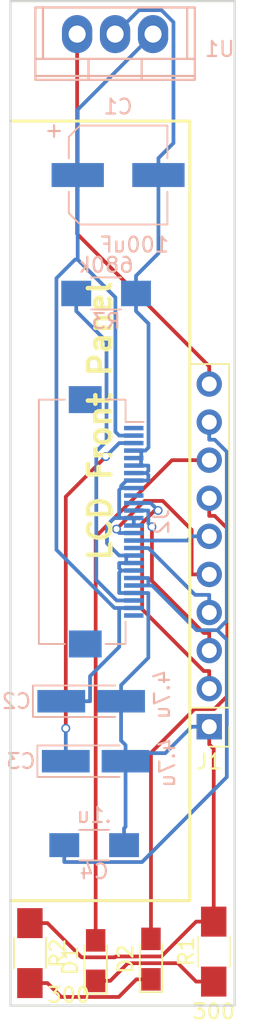
<source format=kicad_pcb>
(kicad_pcb (version 4) (host pcbnew 4.0.7-e2-6376~58~ubuntu16.04.1)

  (general
    (links 39)
    (no_connects 0)
    (area 164.62381 39.325 182.74762 107.125)
    (thickness 1.6)
    (drawings 8)
    (tracks 190)
    (zones 0)
    (modules 12)
    (nets 19)
  )

  (page A4)
  (layers
    (0 F.Cu signal)
    (31 B.Cu signal)
    (32 B.Adhes user)
    (33 F.Adhes user)
    (34 B.Paste user)
    (35 F.Paste user)
    (36 B.SilkS user)
    (37 F.SilkS user)
    (38 B.Mask user)
    (39 F.Mask user)
    (40 Dwgs.User user)
    (41 Cmts.User user)
    (42 Eco1.User user)
    (43 Eco2.User user)
    (44 Edge.Cuts user)
    (45 Margin user)
    (46 B.CrtYd user)
    (47 F.CrtYd user)
    (48 B.Fab user)
    (49 F.Fab user)
  )

  (setup
    (last_trace_width 0.25)
    (trace_clearance 0.2)
    (zone_clearance 0.508)
    (zone_45_only no)
    (trace_min 0.2)
    (segment_width 0.2)
    (edge_width 0.15)
    (via_size 0.6)
    (via_drill 0.4)
    (via_min_size 0.4)
    (via_min_drill 0.3)
    (uvia_size 0.3)
    (uvia_drill 0.1)
    (uvias_allowed no)
    (uvia_min_size 0.2)
    (uvia_min_drill 0.1)
    (pcb_text_width 0.3)
    (pcb_text_size 1.5 1.5)
    (mod_edge_width 0.15)
    (mod_text_size 1 1)
    (mod_text_width 0.15)
    (pad_size 3.2 1.5)
    (pad_drill 0)
    (pad_to_mask_clearance 0.2)
    (aux_axis_origin 0 0)
    (visible_elements FFFFFF7F)
    (pcbplotparams
      (layerselection 0x010f0_80000001)
      (usegerberextensions false)
      (excludeedgelayer true)
      (linewidth 0.100000)
      (plotframeref false)
      (viasonmask false)
      (mode 1)
      (useauxorigin false)
      (hpglpennumber 1)
      (hpglpenspeed 20)
      (hpglpendiameter 15)
      (hpglpenoverlay 2)
      (psnegative false)
      (psa4output false)
      (plotreference true)
      (plotvalue true)
      (plotinvisibletext false)
      (padsonsilk false)
      (subtractmaskfromsilk false)
      (outputformat 1)
      (mirror false)
      (drillshape 0)
      (scaleselection 1)
      (outputdirectory Gerber/))
  )

  (net 0 "")
  (net 1 +12V)
  (net 2 GND)
  (net 3 "Net-(C3-Pad1)")
  (net 4 +3V3)
  (net 5 "Net-(D1-Pad1)")
  (net 6 "Net-(D1-Pad2)")
  (net 7 "Net-(D2-Pad1)")
  (net 8 "Net-(D2-Pad2)")
  (net 9 /MOSI)
  (net 10 /SCK)
  (net 11 /~CS)
  (net 12 /D/~C)
  (net 13 /~RST)
  (net 14 +24V)
  (net 15 "Net-(J2-Pad24)")
  (net 16 "Net-(J2-Pad1)")
  (net 17 "Net-(J2-Pad10)")
  (net 18 "Net-(J2-Pad26)")

  (net_class Default "This is the default net class."
    (clearance 0.2)
    (trace_width 0.25)
    (via_dia 0.6)
    (via_drill 0.4)
    (uvia_dia 0.3)
    (uvia_drill 0.1)
    (add_net +12V)
    (add_net +24V)
    (add_net +3V3)
    (add_net /D/~C)
    (add_net /MOSI)
    (add_net /SCK)
    (add_net /~CS)
    (add_net /~RST)
    (add_net GND)
    (add_net "Net-(C3-Pad1)")
    (add_net "Net-(D1-Pad1)")
    (add_net "Net-(D1-Pad2)")
    (add_net "Net-(D2-Pad1)")
    (add_net "Net-(D2-Pad2)")
    (add_net "Net-(J2-Pad1)")
    (add_net "Net-(J2-Pad10)")
    (add_net "Net-(J2-Pad24)")
    (add_net "Net-(J2-Pad26)")
  )

  (module Capacitors_SMD:CP_Elec_6.3x5.3 (layer B.Cu) (tedit 5B2B07E2) (tstamp 5B281A10)
    (at 172.2 51.6)
    (descr "SMT capacitor, aluminium electrolytic, 6.3x5.3")
    (path /5B281BD6)
    (attr smd)
    (fp_text reference C1 (at 0 -4.56) (layer B.SilkS)
      (effects (font (size 1 1) (thickness 0.15)) (justify mirror))
    )
    (fp_text value 100uF (at 1.1 4.65) (layer B.SilkS)
      (effects (font (size 1 1) (thickness 0.15)) (justify mirror))
    )
    (fp_circle (center 0 0) (end 0.6 -3) (layer B.Fab) (width 0.1))
    (fp_text user + (at -1.75 0.08) (layer B.Fab)
      (effects (font (size 1 1) (thickness 0.15)) (justify mirror))
    )
    (fp_text user + (at -4.28 -3.01) (layer B.SilkS)
      (effects (font (size 1 1) (thickness 0.15)) (justify mirror))
    )
    (fp_text user %R (at 0 -4.56) (layer B.Fab)
      (effects (font (size 1 1) (thickness 0.15)) (justify mirror))
    )
    (fp_line (start 3.15 -3.15) (end 3.15 3.15) (layer B.Fab) (width 0.1))
    (fp_line (start -2.48 -3.15) (end 3.15 -3.15) (layer B.Fab) (width 0.1))
    (fp_line (start -3.15 -2.48) (end -2.48 -3.15) (layer B.Fab) (width 0.1))
    (fp_line (start -3.15 2.48) (end -3.15 -2.48) (layer B.Fab) (width 0.1))
    (fp_line (start -2.48 3.15) (end -3.15 2.48) (layer B.Fab) (width 0.1))
    (fp_line (start 3.15 3.15) (end -2.48 3.15) (layer B.Fab) (width 0.1))
    (fp_line (start 3.3 -3.3) (end 3.3 -1.12) (layer B.SilkS) (width 0.12))
    (fp_line (start 3.3 3.3) (end 3.3 1.12) (layer B.SilkS) (width 0.12))
    (fp_line (start -3.3 -2.54) (end -3.3 -1.12) (layer B.SilkS) (width 0.12))
    (fp_line (start -3.3 2.54) (end -3.3 1.12) (layer B.SilkS) (width 0.12))
    (fp_line (start 3.3 -3.3) (end -2.54 -3.3) (layer B.SilkS) (width 0.12))
    (fp_line (start -2.54 -3.3) (end -3.3 -2.54) (layer B.SilkS) (width 0.12))
    (fp_line (start -3.3 2.54) (end -2.54 3.3) (layer B.SilkS) (width 0.12))
    (fp_line (start -2.54 3.3) (end 3.3 3.3) (layer B.SilkS) (width 0.12))
    (fp_line (start -4.7 3.4) (end 4.7 3.4) (layer B.CrtYd) (width 0.05))
    (fp_line (start -4.7 3.4) (end -4.7 -3.4) (layer B.CrtYd) (width 0.05))
    (fp_line (start 4.7 -3.4) (end 4.7 3.4) (layer B.CrtYd) (width 0.05))
    (fp_line (start 4.7 -3.4) (end -4.7 -3.4) (layer B.CrtYd) (width 0.05))
    (pad 1 smd rect (at -2.7 0 180) (size 3.5 1.6) (layers B.Cu B.Paste B.Mask)
      (net 1 +12V))
    (pad 2 smd rect (at 2.7 0 180) (size 3.5 1.6) (layers B.Cu B.Paste B.Mask)
      (net 2 GND))
    (model Capacitors_SMD.3dshapes/CP_Elec_6.3x5.3.wrl
      (at (xyz 0 0 0))
      (scale (xyz 1 1 1))
      (rotate (xyz 0 0 180))
    )
  )

  (module Capacitors_Tantalum_SMD:CP_Tantalum_Case-A_EIA-3216-18_Hand (layer B.Cu) (tedit 5B2B0709) (tstamp 5B281A16)
    (at 170.4 86.7)
    (descr "Tantalum capacitor, Case A, EIA 3216-18, 3.2x1.6x1.6mm, Hand soldering footprint")
    (tags "capacitor tantalum smd")
    (path /5B27DADD)
    (attr smd)
    (fp_text reference C2 (at -5 0) (layer B.SilkS)
      (effects (font (size 1 1) (thickness 0.15)) (justify mirror))
    )
    (fp_text value 4.7u (at 4.75 -0.45 90) (layer B.SilkS)
      (effects (font (size 1 1) (thickness 0.15)) (justify mirror))
    )
    (fp_text user %R (at 0 0) (layer B.Fab)
      (effects (font (size 0.7 0.7) (thickness 0.105)) (justify mirror))
    )
    (fp_line (start -4 1.2) (end -4 -1.2) (layer B.CrtYd) (width 0.05))
    (fp_line (start -4 -1.2) (end 4 -1.2) (layer B.CrtYd) (width 0.05))
    (fp_line (start 4 -1.2) (end 4 1.2) (layer B.CrtYd) (width 0.05))
    (fp_line (start 4 1.2) (end -4 1.2) (layer B.CrtYd) (width 0.05))
    (fp_line (start -1.6 0.8) (end -1.6 -0.8) (layer B.Fab) (width 0.1))
    (fp_line (start -1.6 -0.8) (end 1.6 -0.8) (layer B.Fab) (width 0.1))
    (fp_line (start 1.6 -0.8) (end 1.6 0.8) (layer B.Fab) (width 0.1))
    (fp_line (start 1.6 0.8) (end -1.6 0.8) (layer B.Fab) (width 0.1))
    (fp_line (start -1.28 0.8) (end -1.28 -0.8) (layer B.Fab) (width 0.1))
    (fp_line (start -1.12 0.8) (end -1.12 -0.8) (layer B.Fab) (width 0.1))
    (fp_line (start -3.9 1.05) (end 1.6 1.05) (layer B.SilkS) (width 0.12))
    (fp_line (start -3.9 -1.05) (end 1.6 -1.05) (layer B.SilkS) (width 0.12))
    (fp_line (start -3.9 1.05) (end -3.9 -1.05) (layer B.SilkS) (width 0.12))
    (pad 1 smd rect (at -2 0) (size 3.2 1.5) (layers B.Cu B.Paste B.Mask)
      (net 1 +12V))
    (pad 2 smd rect (at 2 0) (size 3.2 1.5) (layers B.Cu B.Paste B.Mask)
      (net 2 GND))
    (model Capacitors_Tantalum_SMD.3dshapes/CP_Tantalum_Case-A_EIA-3216-18.wrl
      (at (xyz 0 0 0))
      (scale (xyz 1 1 1))
      (rotate (xyz 0 0 0))
    )
  )

  (module Capacitors_Tantalum_SMD:CP_Tantalum_Case-A_EIA-3216-18_Hand (layer B.Cu) (tedit 5B2B0702) (tstamp 5B281A1C)
    (at 170.7 90.7)
    (descr "Tantalum capacitor, Case A, EIA 3216-18, 3.2x1.6x1.6mm, Hand soldering footprint")
    (tags "capacitor tantalum smd")
    (path /5B27DADC)
    (attr smd)
    (fp_text reference C3 (at -5 0) (layer B.SilkS)
      (effects (font (size 1 1) (thickness 0.15)) (justify mirror))
    )
    (fp_text value 4.7u (at 4.8 0.1 90) (layer B.SilkS)
      (effects (font (size 1 1) (thickness 0.15)) (justify mirror))
    )
    (fp_text user %R (at 0 0) (layer B.Fab)
      (effects (font (size 0.7 0.7) (thickness 0.105)) (justify mirror))
    )
    (fp_line (start -4 1.2) (end -4 -1.2) (layer B.CrtYd) (width 0.05))
    (fp_line (start -4 -1.2) (end 4 -1.2) (layer B.CrtYd) (width 0.05))
    (fp_line (start 4 -1.2) (end 4 1.2) (layer B.CrtYd) (width 0.05))
    (fp_line (start 4 1.2) (end -4 1.2) (layer B.CrtYd) (width 0.05))
    (fp_line (start -1.6 0.8) (end -1.6 -0.8) (layer B.Fab) (width 0.1))
    (fp_line (start -1.6 -0.8) (end 1.6 -0.8) (layer B.Fab) (width 0.1))
    (fp_line (start 1.6 -0.8) (end 1.6 0.8) (layer B.Fab) (width 0.1))
    (fp_line (start 1.6 0.8) (end -1.6 0.8) (layer B.Fab) (width 0.1))
    (fp_line (start -1.28 0.8) (end -1.28 -0.8) (layer B.Fab) (width 0.1))
    (fp_line (start -1.12 0.8) (end -1.12 -0.8) (layer B.Fab) (width 0.1))
    (fp_line (start -3.9 1.05) (end 1.6 1.05) (layer B.SilkS) (width 0.12))
    (fp_line (start -3.9 -1.05) (end 1.6 -1.05) (layer B.SilkS) (width 0.12))
    (fp_line (start -3.9 1.05) (end -3.9 -1.05) (layer B.SilkS) (width 0.12))
    (pad 1 smd rect (at -2 0) (size 3.2 1.5) (layers B.Cu B.Paste B.Mask)
      (net 3 "Net-(C3-Pad1)"))
    (pad 2 smd rect (at 2 0) (size 3.2 1.5) (layers B.Cu B.Paste B.Mask)
      (net 2 GND))
    (model Capacitors_Tantalum_SMD.3dshapes/CP_Tantalum_Case-A_EIA-3216-18.wrl
      (at (xyz 0 0 0))
      (scale (xyz 1 1 1))
      (rotate (xyz 0 0 0))
    )
  )

  (module Capacitors_SMD:C_1206_HandSoldering (layer B.Cu) (tedit 5B2B06F8) (tstamp 5B281A22)
    (at 170.6 96.3)
    (descr "Capacitor SMD 1206, hand soldering")
    (tags "capacitor 1206")
    (path /5B27DADF)
    (attr smd)
    (fp_text reference C4 (at 0 1.75) (layer B.SilkS)
      (effects (font (size 1 1) (thickness 0.15)) (justify mirror))
    )
    (fp_text value .1u (at 0 -2) (layer B.SilkS)
      (effects (font (size 1 1) (thickness 0.15)) (justify mirror))
    )
    (fp_text user %R (at 0 1.75) (layer B.Fab)
      (effects (font (size 1 1) (thickness 0.15)) (justify mirror))
    )
    (fp_line (start -1.6 -0.8) (end -1.6 0.8) (layer B.Fab) (width 0.1))
    (fp_line (start 1.6 -0.8) (end -1.6 -0.8) (layer B.Fab) (width 0.1))
    (fp_line (start 1.6 0.8) (end 1.6 -0.8) (layer B.Fab) (width 0.1))
    (fp_line (start -1.6 0.8) (end 1.6 0.8) (layer B.Fab) (width 0.1))
    (fp_line (start 1 1.02) (end -1 1.02) (layer B.SilkS) (width 0.12))
    (fp_line (start -1 -1.02) (end 1 -1.02) (layer B.SilkS) (width 0.12))
    (fp_line (start -3.25 1.05) (end 3.25 1.05) (layer B.CrtYd) (width 0.05))
    (fp_line (start -3.25 1.05) (end -3.25 -1.05) (layer B.CrtYd) (width 0.05))
    (fp_line (start 3.25 -1.05) (end 3.25 1.05) (layer B.CrtYd) (width 0.05))
    (fp_line (start 3.25 -1.05) (end -3.25 -1.05) (layer B.CrtYd) (width 0.05))
    (pad 1 smd rect (at -2 0) (size 2 1.6) (layers B.Cu B.Paste B.Mask)
      (net 4 +3V3))
    (pad 2 smd rect (at 2 0) (size 2 1.6) (layers B.Cu B.Paste B.Mask)
      (net 2 GND))
    (model Capacitors_SMD.3dshapes/C_1206.wrl
      (at (xyz 0 0 0))
      (scale (xyz 1 1 1))
      (rotate (xyz 0 0 0))
    )
  )

  (module LEDs:LED_0805_HandSoldering (layer F.Cu) (tedit 5B28216A) (tstamp 5B281A28)
    (at 170.7 104 90)
    (descr "Resistor SMD 0805, hand soldering")
    (tags "resistor 0805")
    (path /5B27DAE0)
    (attr smd)
    (fp_text reference D1 (at 0 -1.7 90) (layer F.SilkS)
      (effects (font (size 1 1) (thickness 0.15)))
    )
    (fp_text value LED (at 0 1.75 180) (layer F.Fab)
      (effects (font (size 1 1) (thickness 0.15)))
    )
    (fp_line (start -0.4 -0.4) (end -0.4 0.4) (layer F.Fab) (width 0.1))
    (fp_line (start -0.4 0) (end 0.2 -0.4) (layer F.Fab) (width 0.1))
    (fp_line (start 0.2 0.4) (end -0.4 0) (layer F.Fab) (width 0.1))
    (fp_line (start 0.2 -0.4) (end 0.2 0.4) (layer F.Fab) (width 0.1))
    (fp_line (start -1 0.62) (end -1 -0.62) (layer F.Fab) (width 0.1))
    (fp_line (start 1 0.62) (end -1 0.62) (layer F.Fab) (width 0.1))
    (fp_line (start 1 -0.62) (end 1 0.62) (layer F.Fab) (width 0.1))
    (fp_line (start -1 -0.62) (end 1 -0.62) (layer F.Fab) (width 0.1))
    (fp_line (start 1 0.75) (end -2.2 0.75) (layer F.SilkS) (width 0.12))
    (fp_line (start -2.2 -0.75) (end 1 -0.75) (layer F.SilkS) (width 0.12))
    (fp_line (start -2.35 -0.9) (end 2.35 -0.9) (layer F.CrtYd) (width 0.05))
    (fp_line (start -2.35 -0.9) (end -2.35 0.9) (layer F.CrtYd) (width 0.05))
    (fp_line (start 2.35 0.9) (end 2.35 -0.9) (layer F.CrtYd) (width 0.05))
    (fp_line (start 2.35 0.9) (end -2.35 0.9) (layer F.CrtYd) (width 0.05))
    (fp_line (start -2.2 -0.75) (end -2.2 0.75) (layer F.SilkS) (width 0.12))
    (pad 1 smd rect (at -1.35 0 90) (size 1.5 1.3) (layers F.Cu F.Paste F.Mask)
      (net 5 "Net-(D1-Pad1)"))
    (pad 2 smd rect (at 1.35 0 90) (size 1.5 1.3) (layers F.Cu F.Paste F.Mask)
      (net 6 "Net-(D1-Pad2)"))
    (model ${KISYS3DMOD}/LEDs.3dshapes/LED_0805.wrl
      (at (xyz 0 0 0))
      (scale (xyz 1 1 1))
      (rotate (xyz 0 0 0))
    )
  )

  (module LEDs:LED_0805_HandSoldering (layer F.Cu) (tedit 595FCA25) (tstamp 5B281A2E)
    (at 174.4 103.9 90)
    (descr "Resistor SMD 0805, hand soldering")
    (tags "resistor 0805")
    (path /5B27DAE1)
    (attr smd)
    (fp_text reference D2 (at 0 -1.7 90) (layer F.SilkS)
      (effects (font (size 1 1) (thickness 0.15)))
    )
    (fp_text value LED (at 0 1.75 90) (layer F.Fab)
      (effects (font (size 1 1) (thickness 0.15)))
    )
    (fp_line (start -0.4 -0.4) (end -0.4 0.4) (layer F.Fab) (width 0.1))
    (fp_line (start -0.4 0) (end 0.2 -0.4) (layer F.Fab) (width 0.1))
    (fp_line (start 0.2 0.4) (end -0.4 0) (layer F.Fab) (width 0.1))
    (fp_line (start 0.2 -0.4) (end 0.2 0.4) (layer F.Fab) (width 0.1))
    (fp_line (start -1 0.62) (end -1 -0.62) (layer F.Fab) (width 0.1))
    (fp_line (start 1 0.62) (end -1 0.62) (layer F.Fab) (width 0.1))
    (fp_line (start 1 -0.62) (end 1 0.62) (layer F.Fab) (width 0.1))
    (fp_line (start -1 -0.62) (end 1 -0.62) (layer F.Fab) (width 0.1))
    (fp_line (start 1 0.75) (end -2.2 0.75) (layer F.SilkS) (width 0.12))
    (fp_line (start -2.2 -0.75) (end 1 -0.75) (layer F.SilkS) (width 0.12))
    (fp_line (start -2.35 -0.9) (end 2.35 -0.9) (layer F.CrtYd) (width 0.05))
    (fp_line (start -2.35 -0.9) (end -2.35 0.9) (layer F.CrtYd) (width 0.05))
    (fp_line (start 2.35 0.9) (end 2.35 -0.9) (layer F.CrtYd) (width 0.05))
    (fp_line (start 2.35 0.9) (end -2.35 0.9) (layer F.CrtYd) (width 0.05))
    (fp_line (start -2.2 -0.75) (end -2.2 0.75) (layer F.SilkS) (width 0.12))
    (pad 1 smd rect (at -1.35 0 90) (size 1.5 1.3) (layers F.Cu F.Paste F.Mask)
      (net 7 "Net-(D2-Pad1)"))
    (pad 2 smd rect (at 1.35 0 90) (size 1.5 1.3) (layers F.Cu F.Paste F.Mask)
      (net 8 "Net-(D2-Pad2)"))
    (model ${KISYS3DMOD}/LEDs.3dshapes/LED_0805.wrl
      (at (xyz 0 0 0))
      (scale (xyz 1 1 1))
      (rotate (xyz 0 0 0))
    )
  )

  (module Resistors_SMD:R_1206_HandSoldering (layer F.Cu) (tedit 5B2B0746) (tstamp 5B281A62)
    (at 178.6 103.4 90)
    (descr "Resistor SMD 1206, hand soldering")
    (tags "resistor 1206")
    (path /5B27DAE2)
    (attr smd)
    (fp_text reference R1 (at 0 -1.85 90) (layer F.SilkS)
      (effects (font (size 1 1) (thickness 0.15)))
    )
    (fp_text value 300 (at -4 0 180) (layer F.SilkS)
      (effects (font (size 1 1) (thickness 0.15)))
    )
    (fp_text user %R (at 0 0 90) (layer F.Fab)
      (effects (font (size 0.7 0.7) (thickness 0.105)))
    )
    (fp_line (start -1.6 0.8) (end -1.6 -0.8) (layer F.Fab) (width 0.1))
    (fp_line (start 1.6 0.8) (end -1.6 0.8) (layer F.Fab) (width 0.1))
    (fp_line (start 1.6 -0.8) (end 1.6 0.8) (layer F.Fab) (width 0.1))
    (fp_line (start -1.6 -0.8) (end 1.6 -0.8) (layer F.Fab) (width 0.1))
    (fp_line (start 1 1.07) (end -1 1.07) (layer F.SilkS) (width 0.12))
    (fp_line (start -1 -1.07) (end 1 -1.07) (layer F.SilkS) (width 0.12))
    (fp_line (start -3.25 -1.11) (end 3.25 -1.11) (layer F.CrtYd) (width 0.05))
    (fp_line (start -3.25 -1.11) (end -3.25 1.1) (layer F.CrtYd) (width 0.05))
    (fp_line (start 3.25 1.1) (end 3.25 -1.11) (layer F.CrtYd) (width 0.05))
    (fp_line (start 3.25 1.1) (end -3.25 1.1) (layer F.CrtYd) (width 0.05))
    (pad 1 smd rect (at -2 0 90) (size 2 1.7) (layers F.Cu F.Paste F.Mask)
      (net 5 "Net-(D1-Pad1)"))
    (pad 2 smd rect (at 2 0 90) (size 2 1.7) (layers F.Cu F.Paste F.Mask)
      (net 2 GND))
    (model ${KISYS3DMOD}/Resistors_SMD.3dshapes/R_1206.wrl
      (at (xyz 0 0 0))
      (scale (xyz 1 1 1))
      (rotate (xyz 0 0 0))
    )
  )

  (module Resistors_SMD:R_1206_HandSoldering (layer F.Cu) (tedit 5B314034) (tstamp 5B281A68)
    (at 166.3 103.5 270)
    (descr "Resistor SMD 1206, hand soldering")
    (tags "resistor 1206")
    (path /5B27DAE3)
    (attr smd)
    (fp_text reference R2 (at 0 -1.85 270) (layer F.SilkS)
      (effects (font (size 1 1) (thickness 0.15)))
    )
    (fp_text value 300 (at 2.8 -2.6 360) (layer F.SilkS)
      (effects (font (size 1 1) (thickness 0.15)))
    )
    (fp_text user %R (at 0 0 270) (layer F.Fab)
      (effects (font (size 0.7 0.7) (thickness 0.105)))
    )
    (fp_line (start -1.6 0.8) (end -1.6 -0.8) (layer F.Fab) (width 0.1))
    (fp_line (start 1.6 0.8) (end -1.6 0.8) (layer F.Fab) (width 0.1))
    (fp_line (start 1.6 -0.8) (end 1.6 0.8) (layer F.Fab) (width 0.1))
    (fp_line (start -1.6 -0.8) (end 1.6 -0.8) (layer F.Fab) (width 0.1))
    (fp_line (start 1 1.07) (end -1 1.07) (layer F.SilkS) (width 0.12))
    (fp_line (start -1 -1.07) (end 1 -1.07) (layer F.SilkS) (width 0.12))
    (fp_line (start -3.25 -1.11) (end 3.25 -1.11) (layer F.CrtYd) (width 0.05))
    (fp_line (start -3.25 -1.11) (end -3.25 1.1) (layer F.CrtYd) (width 0.05))
    (fp_line (start 3.25 1.1) (end 3.25 -1.11) (layer F.CrtYd) (width 0.05))
    (fp_line (start 3.25 1.1) (end -3.25 1.1) (layer F.CrtYd) (width 0.05))
    (pad 1 smd rect (at -2 0 270) (size 2 1.7) (layers F.Cu F.Paste F.Mask)
      (net 2 GND))
    (pad 2 smd rect (at 2 0 270) (size 2 1.7) (layers F.Cu F.Paste F.Mask)
      (net 7 "Net-(D2-Pad1)"))
    (model ${KISYS3DMOD}/Resistors_SMD.3dshapes/R_1206.wrl
      (at (xyz 0 0 0))
      (scale (xyz 1 1 1))
      (rotate (xyz 0 0 0))
    )
  )

  (module Resistors_SMD:R_1206_HandSoldering (layer B.Cu) (tedit 5B2B07D0) (tstamp 5B281A6E)
    (at 171.4 59.5)
    (descr "Resistor SMD 1206, hand soldering")
    (tags "resistor 1206")
    (path /5B27DADB)
    (attr smd)
    (fp_text reference R3 (at 0 1.85) (layer B.SilkS)
      (effects (font (size 1 1) (thickness 0.15)) (justify mirror))
    )
    (fp_text value 680k (at 0 -1.9) (layer B.SilkS)
      (effects (font (size 1 1) (thickness 0.15)) (justify mirror))
    )
    (fp_text user %R (at 0 0) (layer B.Fab)
      (effects (font (size 0.7 0.7) (thickness 0.105)) (justify mirror))
    )
    (fp_line (start -1.6 -0.8) (end -1.6 0.8) (layer B.Fab) (width 0.1))
    (fp_line (start 1.6 -0.8) (end -1.6 -0.8) (layer B.Fab) (width 0.1))
    (fp_line (start 1.6 0.8) (end 1.6 -0.8) (layer B.Fab) (width 0.1))
    (fp_line (start -1.6 0.8) (end 1.6 0.8) (layer B.Fab) (width 0.1))
    (fp_line (start 1 -1.07) (end -1 -1.07) (layer B.SilkS) (width 0.12))
    (fp_line (start -1 1.07) (end 1 1.07) (layer B.SilkS) (width 0.12))
    (fp_line (start -3.25 1.11) (end 3.25 1.11) (layer B.CrtYd) (width 0.05))
    (fp_line (start -3.25 1.11) (end -3.25 -1.1) (layer B.CrtYd) (width 0.05))
    (fp_line (start 3.25 -1.1) (end 3.25 1.11) (layer B.CrtYd) (width 0.05))
    (fp_line (start 3.25 -1.1) (end -3.25 -1.1) (layer B.CrtYd) (width 0.05))
    (pad 1 smd rect (at -2 0) (size 2 1.7) (layers B.Cu B.Paste B.Mask)
      (net 15 "Net-(J2-Pad24)"))
    (pad 2 smd rect (at 2 0) (size 2 1.7) (layers B.Cu B.Paste B.Mask)
      (net 2 GND))
    (model ${KISYS3DMOD}/Resistors_SMD.3dshapes/R_1206.wrl
      (at (xyz 0 0 0))
      (scale (xyz 1 1 1))
      (rotate (xyz 0 0 0))
    )
  )

  (module Power_Integrations:TO-220 (layer B.Cu) (tedit 5B2B00EF) (tstamp 5B281A75)
    (at 172 42.2)
    (descr "Non Isolated JEDEC TO-220 Package")
    (tags "Power Integration YN Package")
    (path /5B28195A)
    (fp_text reference U1 (at 7 1) (layer B.SilkS)
      (effects (font (size 1 1) (thickness 0.15)) (justify mirror))
    )
    (fp_text value L7812 (at 0.7 4.05) (layer B.Fab)
      (effects (font (size 1 1) (thickness 0.15)) (justify mirror))
    )
    (fp_line (start 4.826 1.651) (end 4.826 -1.778) (layer B.SilkS) (width 0.15))
    (fp_line (start -4.826 1.651) (end -4.826 -1.778) (layer B.SilkS) (width 0.15))
    (fp_line (start 5.334 2.794) (end -5.334 2.794) (layer B.SilkS) (width 0.15))
    (fp_line (start 1.778 1.778) (end 1.778 3.048) (layer B.SilkS) (width 0.15))
    (fp_line (start -1.778 1.778) (end -1.778 3.048) (layer B.SilkS) (width 0.15))
    (fp_line (start -5.334 1.651) (end 5.334 1.651) (layer B.SilkS) (width 0.15))
    (fp_line (start 5.334 -1.778) (end -5.334 -1.778) (layer B.SilkS) (width 0.15))
    (fp_line (start -5.334 3.048) (end -5.334 -1.778) (layer B.SilkS) (width 0.15))
    (fp_line (start 5.334 3.048) (end 5.334 -1.778) (layer B.SilkS) (width 0.15))
    (fp_line (start 5.334 3.048) (end -5.334 3.048) (layer B.SilkS) (width 0.15))
    (pad 2 thru_hole oval (at 0 0) (size 2.032 2.54) (drill 1.143) (layers *.Cu *.Mask)
      (net 2 GND))
    (pad 3 thru_hole oval (at 2.54 0) (size 2.032 2.54) (drill 1.143) (layers *.Cu *.Mask)
      (net 1 +12V))
    (pad 1 thru_hole oval (at -2.54 0) (size 2.032 2.54) (drill 1.143) (layers *.Cu *.Mask)
      (net 14 +24V))
  )

  (module Pin_Headers:Pin_Header_Straight_1x10_Pitch2.54mm (layer F.Cu) (tedit 59650532) (tstamp 5B282067)
    (at 178.3 88.4 180)
    (descr "Through hole straight pin header, 1x10, 2.54mm pitch, single row")
    (tags "Through hole pin header THT 1x10 2.54mm single row")
    (path /5B27DAE5)
    (fp_text reference J1 (at 0 -2.33 180) (layer F.SilkS)
      (effects (font (size 1 1) (thickness 0.15)))
    )
    (fp_text value Conn_01x10 (at 0 25.19 180) (layer F.Fab)
      (effects (font (size 1 1) (thickness 0.15)))
    )
    (fp_line (start -0.635 -1.27) (end 1.27 -1.27) (layer F.Fab) (width 0.1))
    (fp_line (start 1.27 -1.27) (end 1.27 24.13) (layer F.Fab) (width 0.1))
    (fp_line (start 1.27 24.13) (end -1.27 24.13) (layer F.Fab) (width 0.1))
    (fp_line (start -1.27 24.13) (end -1.27 -0.635) (layer F.Fab) (width 0.1))
    (fp_line (start -1.27 -0.635) (end -0.635 -1.27) (layer F.Fab) (width 0.1))
    (fp_line (start -1.33 24.19) (end 1.33 24.19) (layer F.SilkS) (width 0.12))
    (fp_line (start -1.33 1.27) (end -1.33 24.19) (layer F.SilkS) (width 0.12))
    (fp_line (start 1.33 1.27) (end 1.33 24.19) (layer F.SilkS) (width 0.12))
    (fp_line (start -1.33 1.27) (end 1.33 1.27) (layer F.SilkS) (width 0.12))
    (fp_line (start -1.33 0) (end -1.33 -1.33) (layer F.SilkS) (width 0.12))
    (fp_line (start -1.33 -1.33) (end 0 -1.33) (layer F.SilkS) (width 0.12))
    (fp_line (start -1.8 -1.8) (end -1.8 24.65) (layer F.CrtYd) (width 0.05))
    (fp_line (start -1.8 24.65) (end 1.8 24.65) (layer F.CrtYd) (width 0.05))
    (fp_line (start 1.8 24.65) (end 1.8 -1.8) (layer F.CrtYd) (width 0.05))
    (fp_line (start 1.8 -1.8) (end -1.8 -1.8) (layer F.CrtYd) (width 0.05))
    (fp_text user %R (at 0 11.43 270) (layer F.Fab)
      (effects (font (size 1 1) (thickness 0.15)))
    )
    (pad 1 thru_hole rect (at 0 0 180) (size 1.7 1.7) (drill 1) (layers *.Cu *.Mask)
      (net 2 GND))
    (pad 2 thru_hole oval (at 0 2.54 180) (size 1.7 1.7) (drill 1) (layers *.Cu *.Mask)
      (net 9 /MOSI))
    (pad 3 thru_hole oval (at 0 5.08 180) (size 1.7 1.7) (drill 1) (layers *.Cu *.Mask)
      (net 10 /SCK))
    (pad 4 thru_hole oval (at 0 7.62 180) (size 1.7 1.7) (drill 1) (layers *.Cu *.Mask)
      (net 11 /~CS))
    (pad 5 thru_hole oval (at 0 10.16 180) (size 1.7 1.7) (drill 1) (layers *.Cu *.Mask)
      (net 12 /D/~C))
    (pad 6 thru_hole oval (at 0 12.7 180) (size 1.7 1.7) (drill 1) (layers *.Cu *.Mask)
      (net 13 /~RST))
    (pad 7 thru_hole oval (at 0 15.24 180) (size 1.7 1.7) (drill 1) (layers *.Cu *.Mask)
      (net 8 "Net-(D2-Pad2)"))
    (pad 8 thru_hole oval (at 0 17.78 180) (size 1.7 1.7) (drill 1) (layers *.Cu *.Mask)
      (net 6 "Net-(D1-Pad2)"))
    (pad 9 thru_hole oval (at 0 20.32 180) (size 1.7 1.7) (drill 1) (layers *.Cu *.Mask)
      (net 4 +3V3))
    (pad 10 thru_hole oval (at 0 22.86 180) (size 1.7 1.7) (drill 1) (layers *.Cu *.Mask)
      (net 14 +24V))
    (model ${KISYS3DMOD}/Pin_Headers.3dshapes/Pin_Header_Straight_1x10_Pitch2.54mm.wrl
      (at (xyz 0 0 0))
      (scale (xyz 1 1 1))
      (rotate (xyz 0 0 0))
    )
  )

  (module Connector_FFC-FPC:REVHirose_FH12-26S-0.5SH_1x26-1MP_P0.50mm_Horizontal (layer B.Cu) (tedit 5AEE0F8A) (tstamp 5B444C54)
    (at 171.4 76 90)
    (descr "Molex FH12, FFC/FPC connector, FH12-26S-0.5SH, 26 Pins per row (https://www.hirose.com/product/en/products/FH12/FH12-24S-0.5SH(55)/), generated with kicad-footprint-generator")
    (tags "connector Hirose  top entry")
    (path /5B27DAD8)
    (attr smd)
    (fp_text reference J2 (at 1.27 3.7 90) (layer B.SilkS)
      (effects (font (size 1 1) (thickness 0.15)) (justify mirror))
    )
    (fp_text value LCD (at 1.27 -5.6 90) (layer B.Fab)
      (effects (font (size 1 1) (thickness 0.15)) (justify mirror))
    )
    (fp_line (start 1.27 1.2) (end 9.32 1.2) (layer B.Fab) (width 0.1))
    (fp_line (start 9.32 1.2) (end 9.32 -3.4) (layer B.Fab) (width 0.1))
    (fp_line (start 9.32 -3.4) (end 8.72 -3.4) (layer B.Fab) (width 0.1))
    (fp_line (start 8.72 -3.4) (end 8.72 -3.7) (layer B.Fab) (width 0.1))
    (fp_line (start 8.72 -3.7) (end 9.22 -3.7) (layer B.Fab) (width 0.1))
    (fp_line (start 9.22 -3.7) (end 9.22 -4.4) (layer B.Fab) (width 0.1))
    (fp_line (start 9.22 -4.4) (end 1.27 -4.4) (layer B.Fab) (width 0.1))
    (fp_line (start 1.27 1.2) (end -6.78 1.2) (layer B.Fab) (width 0.1))
    (fp_line (start -6.78 1.2) (end -6.78 -3.4) (layer B.Fab) (width 0.1))
    (fp_line (start -6.78 -3.4) (end -6.18 -3.4) (layer B.Fab) (width 0.1))
    (fp_line (start -6.18 -3.4) (end -6.18 -3.7) (layer B.Fab) (width 0.1))
    (fp_line (start -6.18 -3.7) (end -6.68 -3.7) (layer B.Fab) (width 0.1))
    (fp_line (start -6.68 -3.7) (end -6.68 -4.4) (layer B.Fab) (width 0.1))
    (fp_line (start -6.68 -4.4) (end 1.27 -4.4) (layer B.Fab) (width 0.1))
    (fp_line (start 7.93 1.3) (end 9.42 1.3) (layer B.SilkS) (width 0.12))
    (fp_line (start 9.42 1.3) (end 9.42 -0.04) (layer B.SilkS) (width 0.12))
    (fp_line (start -5.39 1.3) (end -6.88 1.3) (layer B.SilkS) (width 0.12))
    (fp_line (start -6.88 1.3) (end -6.88 -0.04) (layer B.SilkS) (width 0.12))
    (fp_line (start 9.42 -2.76) (end 9.42 -4.5) (layer B.SilkS) (width 0.12))
    (fp_line (start 9.42 -4.5) (end -6.88 -4.5) (layer B.SilkS) (width 0.12))
    (fp_line (start -6.88 -4.5) (end -6.88 -2.76) (layer B.SilkS) (width 0.12))
    (fp_line (start 7.93 1.3) (end 7.93 2.5) (layer B.SilkS) (width 0.12))
    (fp_line (start 8.02 1.2) (end 7.52 0.492893) (layer B.Fab) (width 0.1))
    (fp_line (start 7.52 0.492893) (end 7.02 1.2) (layer B.Fab) (width 0.1))
    (fp_line (start 10.82 3) (end 10.82 -4.9) (layer B.CrtYd) (width 0.05))
    (fp_line (start 10.82 -4.9) (end -8.28 -4.9) (layer B.CrtYd) (width 0.05))
    (fp_line (start -8.28 -4.9) (end -8.28 3) (layer B.CrtYd) (width 0.05))
    (fp_line (start -8.28 3) (end 10.82 3) (layer B.CrtYd) (width 0.05))
    (fp_text user %R (at 1.27 -3.7 90) (layer B.Fab)
      (effects (font (size 1 1) (thickness 0.15)) (justify mirror))
    )
    (pad MP smd rect (at -6.88 -1.4 90) (size 1.8 2.2) (layers B.Cu B.Paste B.Mask))
    (pad MP smd rect (at 9.42 -1.4 90) (size 1.8 2.2) (layers B.Cu B.Paste B.Mask))
    (pad 1 smd rect (at 7.52 1.85 90) (size 0.3 1.3) (layers B.Cu B.Paste B.Mask)
      (net 16 "Net-(J2-Pad1)"))
    (pad 2 smd rect (at 7.02 1.85 90) (size 0.3 1.3) (layers B.Cu B.Paste B.Mask)
      (net 1 +12V))
    (pad 3 smd rect (at 6.52 1.85 90) (size 0.3 1.3) (layers B.Cu B.Paste B.Mask)
      (net 3 "Net-(C3-Pad1)"))
    (pad 4 smd rect (at 6.02 1.85 90) (size 0.3 1.3) (layers B.Cu B.Paste B.Mask)
      (net 2 GND))
    (pad 5 smd rect (at 5.52 1.85 90) (size 0.3 1.3) (layers B.Cu B.Paste B.Mask)
      (net 2 GND))
    (pad 6 smd rect (at 5.02 1.85 90) (size 0.3 1.3) (layers B.Cu B.Paste B.Mask)
      (net 2 GND))
    (pad 7 smd rect (at 4.52 1.85 90) (size 0.3 1.3) (layers B.Cu B.Paste B.Mask)
      (net 2 GND))
    (pad 8 smd rect (at 4.02 1.85 90) (size 0.3 1.3) (layers B.Cu B.Paste B.Mask)
      (net 2 GND))
    (pad 9 smd rect (at 3.52 1.85 90) (size 0.3 1.3) (layers B.Cu B.Paste B.Mask)
      (net 2 GND))
    (pad 10 smd rect (at 3.02 1.85 90) (size 0.3 1.3) (layers B.Cu B.Paste B.Mask)
      (net 17 "Net-(J2-Pad10)"))
    (pad 11 smd rect (at 2.52 1.85 90) (size 0.3 1.3) (layers B.Cu B.Paste B.Mask)
      (net 9 /MOSI))
    (pad 12 smd rect (at 2.02 1.85 90) (size 0.3 1.3) (layers B.Cu B.Paste B.Mask)
      (net 10 /SCK))
    (pad 13 smd rect (at 1.52 1.85 90) (size 0.3 1.3) (layers B.Cu B.Paste B.Mask)
      (net 2 GND))
    (pad 14 smd rect (at 1.02 1.85 90) (size 0.3 1.3) (layers B.Cu B.Paste B.Mask)
      (net 2 GND))
    (pad 15 smd rect (at 0.52 1.85 90) (size 0.3 1.3) (layers B.Cu B.Paste B.Mask)
      (net 12 /D/~C))
    (pad 16 smd rect (at 0.02 1.85 90) (size 0.3 1.3) (layers B.Cu B.Paste B.Mask)
      (net 13 /~RST))
    (pad 17 smd rect (at -0.48 1.85 90) (size 0.3 1.3) (layers B.Cu B.Paste B.Mask)
      (net 11 /~CS))
    (pad 18 smd rect (at -0.98 1.85 90) (size 0.3 1.3) (layers B.Cu B.Paste B.Mask)
      (net 2 GND))
    (pad 19 smd rect (at -1.48 1.85 90) (size 0.3 1.3) (layers B.Cu B.Paste B.Mask)
      (net 2 GND))
    (pad 20 smd rect (at -1.98 1.85 90) (size 0.3 1.3) (layers B.Cu B.Paste B.Mask)
      (net 2 GND))
    (pad 21 smd rect (at -2.48 1.85 90) (size 0.3 1.3) (layers B.Cu B.Paste B.Mask)
      (net 4 +3V3))
    (pad 22 smd rect (at -2.98 1.85 90) (size 0.3 1.3) (layers B.Cu B.Paste B.Mask)
      (net 4 +3V3))
    (pad 23 smd rect (at -3.48 1.85 90) (size 0.3 1.3) (layers B.Cu B.Paste B.Mask)
      (net 2 GND))
    (pad 24 smd rect (at -3.98 1.85 90) (size 0.3 1.3) (layers B.Cu B.Paste B.Mask)
      (net 15 "Net-(J2-Pad24)"))
    (pad 25 smd rect (at -4.48 1.85 90) (size 0.3 1.3) (layers B.Cu B.Paste B.Mask)
      (net 1 +12V))
    (pad 26 smd rect (at -4.98 1.85 90) (size 0.3 1.3) (layers B.Cu B.Paste B.Mask)
      (net 18 "Net-(J2-Pad26)"))
    (model ${KISYS3DMOD}/Connector_FFC-FPC.3dshapes/Hirose_FH12-26S-0.5SH_1x26-1MP_P0.50mm_Horizontal.wrl
      (at (xyz 0 0 0))
      (scale (xyz 1 1 1))
      (rotate (xyz 0 0 0))
    )
  )

  (gr_line (start 165 40) (end 165 107) (angle 90) (layer Edge.Cuts) (width 0.15))
  (gr_text "LCD Front Panel\n" (at 171 68 90) (layer F.SilkS)
    (effects (font (size 1.5 1.5) (thickness 0.3)))
  )
  (gr_line (start 180 107) (end 180 40) (angle 90) (layer Edge.Cuts) (width 0.15))
  (gr_line (start 165 107) (end 180 107) (angle 90) (layer Edge.Cuts) (width 0.15))
  (gr_line (start 177 100) (end 165 100) (angle 90) (layer F.SilkS) (width 0.2))
  (gr_line (start 177 48) (end 177 100) (angle 90) (layer F.SilkS) (width 0.2))
  (gr_line (start 165 48) (end 177 48) (angle 90) (layer F.SilkS) (width 0.2))
  (gr_line (start 165 40) (end 180 40) (angle 90) (layer Edge.Cuts) (width 0.15))

  (segment (start 173.25 68.98) (end 172.2747 68.98) (width 0.25) (layer B.Cu) (net 1))
  (segment (start 170.3253 85.0296) (end 170.3253 86.7) (width 0.25) (layer B.Cu) (net 1))
  (segment (start 172.2747 83.0802) (end 170.3253 85.0296) (width 0.25) (layer B.Cu) (net 1))
  (segment (start 172.2747 80.48) (end 172.2747 83.0802) (width 0.25) (layer B.Cu) (net 1))
  (segment (start 173.25 80.48) (end 172.2747 80.48) (width 0.25) (layer B.Cu) (net 1))
  (segment (start 168.4 86.7) (end 170.3253 86.7) (width 0.25) (layer B.Cu) (net 1))
  (segment (start 169.4966 52.7287) (end 169.5 52.7253) (width 0.25) (layer B.Cu) (net 1))
  (segment (start 169.4966 57.2401) (end 169.4966 52.7287) (width 0.25) (layer B.Cu) (net 1))
  (segment (start 171.9573 80.48) (end 172.2747 80.48) (width 0.25) (layer B.Cu) (net 1))
  (segment (start 168.0746 76.5973) (end 171.9573 80.48) (width 0.25) (layer B.Cu) (net 1))
  (segment (start 168.0746 58.4842) (end 168.0746 76.5973) (width 0.25) (layer B.Cu) (net 1))
  (segment (start 169.3187 57.2401) (end 168.0746 58.4842) (width 0.25) (layer B.Cu) (net 1))
  (segment (start 169.4966 57.2401) (end 169.3187 57.2401) (width 0.25) (layer B.Cu) (net 1))
  (segment (start 172.0206 59.7641) (end 169.4966 57.2401) (width 0.25) (layer B.Cu) (net 1))
  (segment (start 172.0206 68.7259) (end 172.0206 59.7641) (width 0.25) (layer B.Cu) (net 1))
  (segment (start 172.2747 68.98) (end 172.0206 68.7259) (width 0.25) (layer B.Cu) (net 1))
  (segment (start 169.5 52.1626) (end 169.5 52.7253) (width 0.25) (layer B.Cu) (net 1))
  (segment (start 169.5 52.1626) (end 169.5 51.6) (width 0.25) (layer B.Cu) (net 1))
  (segment (start 169.5 47.24) (end 174.54 42.2) (width 0.25) (layer B.Cu) (net 1))
  (segment (start 169.5 51.6) (end 169.5 47.24) (width 0.25) (layer B.Cu) (net 1))
  (segment (start 173.25 71.98) (end 174.2253 71.98) (width 0.25) (layer B.Cu) (net 2))
  (segment (start 174.2253 71.605) (end 174.1003 71.48) (width 0.25) (layer B.Cu) (net 2))
  (segment (start 174.2253 71.98) (end 174.2253 71.605) (width 0.25) (layer B.Cu) (net 2))
  (segment (start 174.0818 71.48) (end 174.1003 71.48) (width 0.25) (layer B.Cu) (net 2))
  (segment (start 173.25 71.98) (end 172.7624 71.98) (width 0.25) (layer B.Cu) (net 2))
  (segment (start 173.25 72.48) (end 172.4057 72.48) (width 0.25) (layer B.Cu) (net 2))
  (segment (start 172.4057 72.3367) (end 172.7624 71.98) (width 0.25) (layer B.Cu) (net 2))
  (segment (start 172.4057 72.48) (end 172.4057 72.3367) (width 0.25) (layer B.Cu) (net 2))
  (segment (start 173.25 74.98) (end 173.25 74.48) (width 0.25) (layer B.Cu) (net 2))
  (segment (start 173.25 69.98) (end 173.7502 69.98) (width 0.25) (layer B.Cu) (net 2))
  (segment (start 173.25 71.48) (end 173.4626 71.48) (width 0.25) (layer B.Cu) (net 2))
  (segment (start 173.4626 71.48) (end 174.0818 71.48) (width 0.25) (layer B.Cu) (net 2))
  (segment (start 174.2253 71.3365) (end 174.2253 70.98) (width 0.25) (layer B.Cu) (net 2))
  (segment (start 174.0818 71.48) (end 174.2253 71.3365) (width 0.25) (layer B.Cu) (net 2))
  (segment (start 173.25 70.98) (end 173.7377 70.98) (width 0.25) (layer B.Cu) (net 2))
  (segment (start 173.7377 70.98) (end 174.2253 70.98) (width 0.25) (layer B.Cu) (net 2))
  (segment (start 173.25 70.48) (end 173.7377 70.48) (width 0.25) (layer B.Cu) (net 2))
  (segment (start 173.7377 70.98) (end 173.7377 70.48) (width 0.25) (layer B.Cu) (net 2))
  (segment (start 173.4 59.5) (end 173.4 60.6753) (width 0.25) (layer B.Cu) (net 2))
  (segment (start 173.7502 70.4675) (end 173.7502 69.98) (width 0.25) (layer B.Cu) (net 2))
  (segment (start 173.7377 70.48) (end 173.7502 70.4675) (width 0.25) (layer B.Cu) (net 2))
  (segment (start 173.4 59.5) (end 173.4 58.3247) (width 0.25) (layer B.Cu) (net 2))
  (segment (start 174.2364 61.5117) (end 173.4 60.6753) (width 0.25) (layer B.Cu) (net 2))
  (segment (start 174.2364 69.7741) (end 174.2364 61.5117) (width 0.25) (layer B.Cu) (net 2))
  (segment (start 174.0305 69.98) (end 174.2364 69.7741) (width 0.25) (layer B.Cu) (net 2))
  (segment (start 173.7502 69.98) (end 174.0305 69.98) (width 0.25) (layer B.Cu) (net 2))
  (segment (start 174.9 56.8247) (end 174.9 51.6) (width 0.25) (layer B.Cu) (net 2))
  (segment (start 173.4 58.3247) (end 174.9 56.8247) (width 0.25) (layer B.Cu) (net 2))
  (segment (start 173.5972 40.6028) (end 172 42.2) (width 0.25) (layer B.Cu) (net 2))
  (segment (start 175.1041 40.6028) (end 173.5972 40.6028) (width 0.25) (layer B.Cu) (net 2))
  (segment (start 175.9062 41.4049) (end 175.1041 40.6028) (width 0.25) (layer B.Cu) (net 2))
  (segment (start 175.9062 49.4685) (end 175.9062 41.4049) (width 0.25) (layer B.Cu) (net 2))
  (segment (start 174.9 50.4747) (end 175.9062 49.4685) (width 0.25) (layer B.Cu) (net 2))
  (segment (start 174.9 51.6) (end 174.9 50.4747) (width 0.25) (layer B.Cu) (net 2))
  (segment (start 178.6 89.8753) (end 178.6 101.4) (width 0.25) (layer F.Cu) (net 2))
  (segment (start 178.3 89.5753) (end 178.6 89.8753) (width 0.25) (layer F.Cu) (net 2))
  (segment (start 178.3 88.4) (end 178.3 89.5753) (width 0.25) (layer F.Cu) (net 2))
  (segment (start 175.1005 103.7242) (end 177.4247 101.4) (width 0.25) (layer F.Cu) (net 2))
  (segment (start 172.0476 103.7242) (end 175.1005 103.7242) (width 0.25) (layer F.Cu) (net 2))
  (segment (start 171.9909 103.7809) (end 172.0476 103.7242) (width 0.25) (layer F.Cu) (net 2))
  (segment (start 169.7562 103.7809) (end 171.9909 103.7809) (width 0.25) (layer F.Cu) (net 2))
  (segment (start 167.4753 101.5) (end 169.7562 103.7809) (width 0.25) (layer F.Cu) (net 2))
  (segment (start 166.3 101.5) (end 167.4753 101.5) (width 0.25) (layer F.Cu) (net 2))
  (segment (start 178.6 101.4) (end 177.4247 101.4) (width 0.25) (layer F.Cu) (net 2))
  (segment (start 172.4 89.3247) (end 172.7 89.6247) (width 0.25) (layer B.Cu) (net 2))
  (segment (start 172.4 86.7) (end 172.4 89.3247) (width 0.25) (layer B.Cu) (net 2))
  (segment (start 172.6 96.3) (end 172.6 95.1747) (width 0.25) (layer B.Cu) (net 2))
  (segment (start 172.7 95.0747) (end 172.6 95.1747) (width 0.25) (layer B.Cu) (net 2))
  (segment (start 172.7 90.7) (end 172.7 95.0747) (width 0.25) (layer B.Cu) (net 2))
  (segment (start 172.7 90.7) (end 172.7 90.1623) (width 0.25) (layer B.Cu) (net 2))
  (segment (start 172.7 90.1623) (end 172.7 89.6247) (width 0.25) (layer B.Cu) (net 2))
  (segment (start 175.3624 90.1623) (end 177.1247 88.4) (width 0.25) (layer B.Cu) (net 2))
  (segment (start 172.7 90.1623) (end 175.3624 90.1623) (width 0.25) (layer B.Cu) (net 2))
  (segment (start 178.3 88.4) (end 177.1247 88.4) (width 0.25) (layer B.Cu) (net 2))
  (segment (start 174.2253 83.7994) (end 172.4 85.6247) (width 0.25) (layer B.Cu) (net 2))
  (segment (start 174.2253 79.48) (end 174.2253 83.7994) (width 0.25) (layer B.Cu) (net 2))
  (segment (start 172.4 86.7) (end 172.4 85.6247) (width 0.25) (layer B.Cu) (net 2))
  (segment (start 173.6251 79.48) (end 174.2253 79.48) (width 0.25) (layer B.Cu) (net 2))
  (segment (start 173.25 74.48) (end 172.3873 74.48) (width 0.25) (layer B.Cu) (net 2))
  (segment (start 172.3873 74.48) (end 172.2746 74.48) (width 0.25) (layer B.Cu) (net 2))
  (segment (start 171.457 76.1623) (end 172.2747 76.98) (width 0.25) (layer B.Cu) (net 2))
  (segment (start 171.457 74.9599) (end 171.457 76.1623) (width 0.25) (layer B.Cu) (net 2))
  (segment (start 171.9369 74.48) (end 171.457 74.9599) (width 0.25) (layer B.Cu) (net 2))
  (segment (start 172.2746 74.48) (end 171.9369 74.48) (width 0.25) (layer B.Cu) (net 2))
  (segment (start 172.2746 72.6111) (end 172.4057 72.48) (width 0.25) (layer B.Cu) (net 2))
  (segment (start 172.2746 74.48) (end 172.2746 72.6111) (width 0.25) (layer B.Cu) (net 2))
  (segment (start 173.25 77.98) (end 172.7624 77.98) (width 0.25) (layer B.Cu) (net 2))
  (segment (start 173.25 77.48) (end 172.7623 77.48) (width 0.25) (layer B.Cu) (net 2))
  (segment (start 172.7623 77.48) (end 172.2747 77.48) (width 0.25) (layer B.Cu) (net 2))
  (segment (start 172.7498 77.4675) (end 172.7498 76.98) (width 0.25) (layer B.Cu) (net 2))
  (segment (start 172.7623 77.48) (end 172.7498 77.4675) (width 0.25) (layer B.Cu) (net 2))
  (segment (start 173.25 76.98) (end 172.7498 76.98) (width 0.25) (layer B.Cu) (net 2))
  (segment (start 172.7498 76.98) (end 172.2747 76.98) (width 0.25) (layer B.Cu) (net 2))
  (segment (start 173.6251 79.48) (end 173.25 79.48) (width 0.25) (layer B.Cu) (net 2))
  (segment (start 173.25 79.48) (end 172.2747 79.48) (width 0.25) (layer B.Cu) (net 2))
  (segment (start 172.2747 78.1235) (end 172.4182 77.98) (width 0.25) (layer B.Cu) (net 2))
  (segment (start 172.2747 79.48) (end 172.2747 78.1235) (width 0.25) (layer B.Cu) (net 2))
  (segment (start 172.7624 77.98) (end 172.4182 77.98) (width 0.25) (layer B.Cu) (net 2))
  (segment (start 172.2747 77.8365) (end 172.2747 77.48) (width 0.25) (layer B.Cu) (net 2))
  (segment (start 172.4182 77.98) (end 172.2747 77.8365) (width 0.25) (layer B.Cu) (net 2))
  (via (at 168.7001 88.5096) (size 0.6) (layers F.Cu B.Cu) (net 3))
  (via (at 171.3734 70.3813) (size 0.6) (layers F.Cu B.Cu) (net 3))
  (segment (start 168.7001 89.6247) (end 168.7001 88.5096) (width 0.25) (layer B.Cu) (net 3))
  (segment (start 168.7 89.6247) (end 168.7001 89.6247) (width 0.25) (layer B.Cu) (net 3))
  (segment (start 173.25 69.48) (end 172.2747 69.48) (width 0.25) (layer B.Cu) (net 3))
  (segment (start 168.7 90.7) (end 168.7 89.6247) (width 0.25) (layer B.Cu) (net 3))
  (segment (start 172.2747 69.48) (end 171.3734 70.3813) (width 0.25) (layer B.Cu) (net 3))
  (segment (start 168.7001 73.0546) (end 171.3734 70.3813) (width 0.25) (layer F.Cu) (net 3))
  (segment (start 168.7001 88.5096) (end 168.7001 73.0546) (width 0.25) (layer F.Cu) (net 3))
  (segment (start 173.25 78.98) (end 174.2253 78.98) (width 0.25) (layer B.Cu) (net 4))
  (segment (start 173.25 78.48) (end 174.2253 78.48) (width 0.25) (layer B.Cu) (net 4))
  (segment (start 178.3 68.08) (end 178.3 69.2553) (width 0.25) (layer B.Cu) (net 4))
  (segment (start 174.2253 78.98) (end 174.2253 78.48) (width 0.25) (layer B.Cu) (net 4))
  (segment (start 168.6 96.3) (end 168.6 97.4253) (width 0.25) (layer B.Cu) (net 4))
  (segment (start 173.8049 97.4253) (end 168.6 97.4253) (width 0.25) (layer B.Cu) (net 4))
  (segment (start 179.4754 91.7548) (end 173.8049 97.4253) (width 0.25) (layer B.Cu) (net 4))
  (segment (start 179.4754 82.5927) (end 179.4754 91.7548) (width 0.25) (layer B.Cu) (net 4))
  (segment (start 178.8422 81.9595) (end 179.4754 82.5927) (width 0.25) (layer B.Cu) (net 4))
  (segment (start 177.4548 81.9595) (end 178.8422 81.9595) (width 0.25) (layer B.Cu) (net 4))
  (segment (start 174.4753 78.98) (end 177.4548 81.9595) (width 0.25) (layer B.Cu) (net 4))
  (segment (start 174.2253 78.98) (end 174.4753 78.98) (width 0.25) (layer B.Cu) (net 4))
  (segment (start 178.6674 69.2553) (end 178.3 69.2553) (width 0.25) (layer B.Cu) (net 4))
  (segment (start 179.4753 70.0632) (end 178.6674 69.2553) (width 0.25) (layer B.Cu) (net 4))
  (segment (start 179.4753 81.3264) (end 179.4753 70.0632) (width 0.25) (layer B.Cu) (net 4))
  (segment (start 178.8422 81.9595) (end 179.4753 81.3264) (width 0.25) (layer B.Cu) (net 4))
  (segment (start 172.8507 104.1746) (end 171.6753 105.35) (width 0.25) (layer F.Cu) (net 5))
  (segment (start 176.1993 104.1746) (end 172.8507 104.1746) (width 0.25) (layer F.Cu) (net 5))
  (segment (start 177.4247 105.4) (end 176.1993 104.1746) (width 0.25) (layer F.Cu) (net 5))
  (segment (start 178.6 105.4) (end 177.4247 105.4) (width 0.25) (layer F.Cu) (net 5))
  (segment (start 170.7 105.35) (end 171.6753 105.35) (width 0.25) (layer F.Cu) (net 5))
  (segment (start 170.7 75.7246) (end 170.7 102.65) (width 0.25) (layer F.Cu) (net 6))
  (segment (start 175.8046 70.62) (end 170.7 75.7246) (width 0.25) (layer F.Cu) (net 6))
  (segment (start 178.3 70.62) (end 175.8046 70.62) (width 0.25) (layer F.Cu) (net 6))
  (segment (start 172.2493 106.4254) (end 173.4247 105.25) (width 0.25) (layer F.Cu) (net 7))
  (segment (start 168.4007 106.4254) (end 172.2493 106.4254) (width 0.25) (layer F.Cu) (net 7))
  (segment (start 167.4753 105.5) (end 168.4007 106.4254) (width 0.25) (layer F.Cu) (net 7))
  (segment (start 166.3 105.5) (end 167.4753 105.5) (width 0.25) (layer F.Cu) (net 7))
  (segment (start 174.4 105.25) (end 173.4247 105.25) (width 0.25) (layer F.Cu) (net 7))
  (segment (start 174.4 90.1381) (end 174.4 102.55) (width 0.25) (layer F.Cu) (net 8))
  (segment (start 177.3135 87.2246) (end 174.4 90.1381) (width 0.25) (layer F.Cu) (net 8))
  (segment (start 178.6357 87.2246) (end 177.3135 87.2246) (width 0.25) (layer F.Cu) (net 8))
  (segment (start 179.5072 86.3531) (end 178.6357 87.2246) (width 0.25) (layer F.Cu) (net 8))
  (segment (start 179.5072 75.1752) (end 179.5072 86.3531) (width 0.25) (layer F.Cu) (net 8))
  (segment (start 178.6673 74.3353) (end 179.5072 75.1752) (width 0.25) (layer F.Cu) (net 8))
  (segment (start 178.3 74.3353) (end 178.6673 74.3353) (width 0.25) (layer F.Cu) (net 8))
  (segment (start 178.3 73.16) (end 178.3 74.3353) (width 0.25) (layer F.Cu) (net 8))
  (via (at 174.8791 73.9733) (size 0.6) (layers F.Cu B.Cu) (net 9))
  (segment (start 174.3858 73.48) (end 174.8791 73.9733) (width 0.25) (layer B.Cu) (net 9))
  (segment (start 173.25 73.48) (end 174.3858 73.48) (width 0.25) (layer B.Cu) (net 9))
  (segment (start 177.9327 84.6847) (end 178.3 84.6847) (width 0.25) (layer F.Cu) (net 9))
  (segment (start 173.8091 80.5611) (end 177.9327 84.6847) (width 0.25) (layer F.Cu) (net 9))
  (segment (start 173.8091 74.8201) (end 173.8091 80.5611) (width 0.25) (layer F.Cu) (net 9))
  (segment (start 174.6559 73.9733) (end 173.8091 74.8201) (width 0.25) (layer F.Cu) (net 9))
  (segment (start 174.8791 73.9733) (end 174.6559 73.9733) (width 0.25) (layer F.Cu) (net 9))
  (segment (start 178.3 85.86) (end 178.3 84.6847) (width 0.25) (layer F.Cu) (net 9))
  (via (at 174.4638 75.0684) (size 0.6) (layers F.Cu B.Cu) (net 10))
  (segment (start 174.2253 74.8299) (end 174.4638 75.0684) (width 0.25) (layer B.Cu) (net 10))
  (segment (start 174.2253 73.98) (end 174.2253 74.8299) (width 0.25) (layer B.Cu) (net 10))
  (segment (start 177.9327 82.1447) (end 178.3 82.1447) (width 0.25) (layer F.Cu) (net 10))
  (segment (start 174.4638 78.6758) (end 177.9327 82.1447) (width 0.25) (layer F.Cu) (net 10))
  (segment (start 174.4638 75.0684) (end 174.4638 78.6758) (width 0.25) (layer F.Cu) (net 10))
  (segment (start 178.3 83.32) (end 178.3 82.1447) (width 0.25) (layer F.Cu) (net 10))
  (segment (start 173.25 73.98) (end 174.2253 73.98) (width 0.25) (layer B.Cu) (net 10))
  (segment (start 177.35 79.6047) (end 178.3 79.6047) (width 0.25) (layer B.Cu) (net 11))
  (segment (start 174.2253 76.48) (end 177.35 79.6047) (width 0.25) (layer B.Cu) (net 11))
  (segment (start 173.25 76.48) (end 174.2253 76.48) (width 0.25) (layer B.Cu) (net 11))
  (segment (start 178.3 80.78) (end 178.3 79.6047) (width 0.25) (layer B.Cu) (net 11))
  (via (at 172.0957 75.2143) (size 0.6) (layers F.Cu B.Cu) (net 12))
  (segment (start 178.3 78.24) (end 177.1247 78.24) (width 0.25) (layer F.Cu) (net 12))
  (segment (start 172.2747 75.3933) (end 172.0957 75.2143) (width 0.25) (layer B.Cu) (net 12))
  (segment (start 172.2747 75.48) (end 172.2747 75.3933) (width 0.25) (layer B.Cu) (net 12))
  (segment (start 173.9733 73.3367) (end 172.0957 75.2143) (width 0.25) (layer F.Cu) (net 12))
  (segment (start 175.191 73.3367) (end 173.9733 73.3367) (width 0.25) (layer F.Cu) (net 12))
  (segment (start 177.1247 75.2704) (end 175.191 73.3367) (width 0.25) (layer F.Cu) (net 12))
  (segment (start 177.1247 78.24) (end 177.1247 75.2704) (width 0.25) (layer F.Cu) (net 12))
  (segment (start 173.25 75.48) (end 172.2747 75.48) (width 0.25) (layer B.Cu) (net 12))
  (segment (start 176.8447 75.98) (end 177.1247 75.7) (width 0.25) (layer B.Cu) (net 13))
  (segment (start 173.25 75.98) (end 176.8447 75.98) (width 0.25) (layer B.Cu) (net 13))
  (segment (start 178.3 75.7) (end 177.1247 75.7) (width 0.25) (layer B.Cu) (net 13))
  (segment (start 169.46 55.5247) (end 169.46 42.2) (width 0.25) (layer F.Cu) (net 14))
  (segment (start 178.3 64.3647) (end 169.46 55.5247) (width 0.25) (layer F.Cu) (net 14))
  (segment (start 178.3 65.54) (end 178.3 64.3647) (width 0.25) (layer F.Cu) (net 14))
  (segment (start 173.25 79.98) (end 172.2747 79.98) (width 0.25) (layer B.Cu) (net 15))
  (segment (start 169.4 59.5) (end 169.4 60.6753) (width 0.25) (layer B.Cu) (net 15))
  (segment (start 171.4261 62.7014) (end 169.4 60.6753) (width 0.25) (layer B.Cu) (net 15))
  (segment (start 171.4261 69.3512) (end 171.4261 62.7014) (width 0.25) (layer B.Cu) (net 15))
  (segment (start 170.7432 70.0341) (end 171.4261 69.3512) (width 0.25) (layer B.Cu) (net 15))
  (segment (start 170.7432 78.6176) (end 170.7432 70.0341) (width 0.25) (layer B.Cu) (net 15))
  (segment (start 172.1056 79.98) (end 170.7432 78.6176) (width 0.25) (layer B.Cu) (net 15))
  (segment (start 172.2747 79.98) (end 172.1056 79.98) (width 0.25) (layer B.Cu) (net 15))

)

</source>
